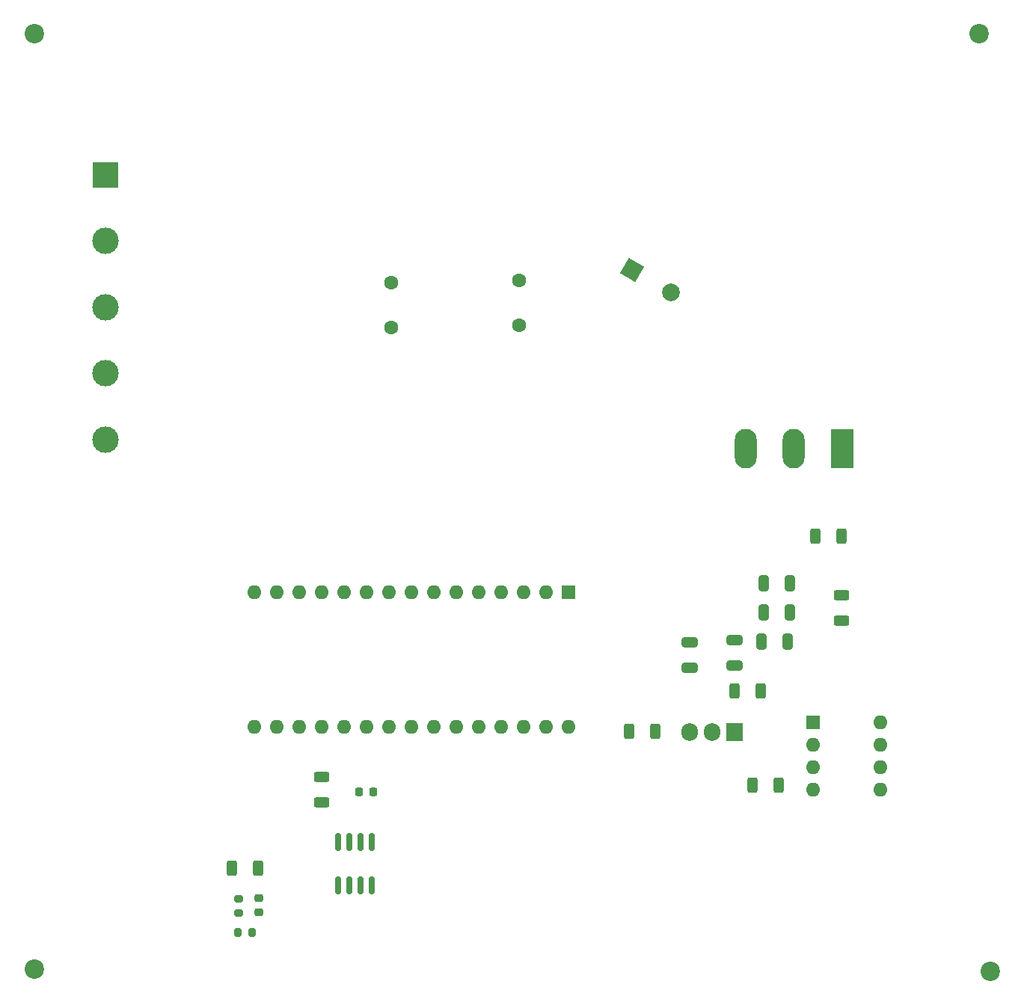
<source format=gbr>
%TF.GenerationSoftware,KiCad,Pcbnew,(6.0.10)*%
%TF.CreationDate,2023-01-04T19:45:40+03:00*%
%TF.ProjectId,ee463_project,65653436-335f-4707-926f-6a6563742e6b,rev?*%
%TF.SameCoordinates,Original*%
%TF.FileFunction,Soldermask,Top*%
%TF.FilePolarity,Negative*%
%FSLAX46Y46*%
G04 Gerber Fmt 4.6, Leading zero omitted, Abs format (unit mm)*
G04 Created by KiCad (PCBNEW (6.0.10)) date 2023-01-04 19:45:40*
%MOMM*%
%LPD*%
G01*
G04 APERTURE LIST*
G04 Aperture macros list*
%AMRoundRect*
0 Rectangle with rounded corners*
0 $1 Rounding radius*
0 $2 $3 $4 $5 $6 $7 $8 $9 X,Y pos of 4 corners*
0 Add a 4 corners polygon primitive as box body*
4,1,4,$2,$3,$4,$5,$6,$7,$8,$9,$2,$3,0*
0 Add four circle primitives for the rounded corners*
1,1,$1+$1,$2,$3*
1,1,$1+$1,$4,$5*
1,1,$1+$1,$6,$7*
1,1,$1+$1,$8,$9*
0 Add four rect primitives between the rounded corners*
20,1,$1+$1,$2,$3,$4,$5,0*
20,1,$1+$1,$4,$5,$6,$7,0*
20,1,$1+$1,$6,$7,$8,$9,0*
20,1,$1+$1,$8,$9,$2,$3,0*%
%AMHorizOval*
0 Thick line with rounded ends*
0 $1 width*
0 $2 $3 position (X,Y) of the first rounded end (center of the circle)*
0 $4 $5 position (X,Y) of the second rounded end (center of the circle)*
0 Add line between two ends*
20,1,$1,$2,$3,$4,$5,0*
0 Add two circle primitives to create the rounded ends*
1,1,$1,$2,$3*
1,1,$1,$4,$5*%
%AMRotRect*
0 Rectangle, with rotation*
0 The origin of the aperture is its center*
0 $1 length*
0 $2 width*
0 $3 Rotation angle, in degrees counterclockwise*
0 Add horizontal line*
21,1,$1,$2,0,0,$3*%
G04 Aperture macros list end*
%ADD10C,2.200000*%
%ADD11RoundRect,0.225000X-0.225000X-0.250000X0.225000X-0.250000X0.225000X0.250000X-0.225000X0.250000X0*%
%ADD12RoundRect,0.250000X0.625000X-0.312500X0.625000X0.312500X-0.625000X0.312500X-0.625000X-0.312500X0*%
%ADD13R,2.500000X4.500000*%
%ADD14O,2.500000X4.500000*%
%ADD15RoundRect,0.250000X0.325000X0.650000X-0.325000X0.650000X-0.325000X-0.650000X0.325000X-0.650000X0*%
%ADD16RoundRect,0.250000X0.650000X-0.325000X0.650000X0.325000X-0.650000X0.325000X-0.650000X-0.325000X0*%
%ADD17RoundRect,0.250000X0.312500X0.625000X-0.312500X0.625000X-0.312500X-0.625000X0.312500X-0.625000X0*%
%ADD18RoundRect,0.150000X0.150000X-0.825000X0.150000X0.825000X-0.150000X0.825000X-0.150000X-0.825000X0*%
%ADD19R,1.600000X1.600000*%
%ADD20O,1.600000X1.600000*%
%ADD21R,1.905000X2.000000*%
%ADD22O,1.905000X2.000000*%
%ADD23RoundRect,0.250000X-0.625000X0.312500X-0.625000X-0.312500X0.625000X-0.312500X0.625000X0.312500X0*%
%ADD24R,3.000000X3.000000*%
%ADD25C,3.000000*%
%ADD26RoundRect,0.250000X-0.312500X-0.625000X0.312500X-0.625000X0.312500X0.625000X-0.312500X0.625000X0*%
%ADD27RoundRect,0.200000X-0.275000X0.200000X-0.275000X-0.200000X0.275000X-0.200000X0.275000X0.200000X0*%
%ADD28RoundRect,0.225000X-0.250000X0.225000X-0.250000X-0.225000X0.250000X-0.225000X0.250000X0.225000X0*%
%ADD29RotRect,2.000000X2.000000X330.000000*%
%ADD30HorizOval,2.000000X0.000000X0.000000X0.000000X0.000000X0*%
%ADD31C,1.600000*%
%ADD32RoundRect,0.200000X0.200000X0.275000X-0.200000X0.275000X-0.200000X-0.275000X0.200000X-0.275000X0*%
G04 APERTURE END LIST*
D10*
%TO.C,H4*%
X162560000Y-133614000D03*
%TD*%
%TO.C,H3*%
X54356000Y-27442000D03*
%TD*%
%TO.C,H2*%
X161290000Y-27442000D03*
%TD*%
%TO.C,H1*%
X54356000Y-133360000D03*
%TD*%
D11*
%TO.C,C8*%
X91173000Y-113294000D03*
X92723000Y-113294000D03*
%TD*%
D12*
%TO.C,R2*%
X145734500Y-93928500D03*
X145734500Y-91003500D03*
%TD*%
D13*
%TO.C,Q1*%
X145796000Y-74432000D03*
D14*
X140346000Y-74432000D03*
X134896000Y-74432000D03*
%TD*%
D15*
%TO.C,C3*%
X139651000Y-96276000D03*
X136701000Y-96276000D03*
%TD*%
D16*
%TO.C,C6*%
X133604000Y-99021000D03*
X133604000Y-96071000D03*
%TD*%
D17*
%TO.C,R4*%
X136590500Y-101864000D03*
X133665500Y-101864000D03*
%TD*%
D18*
%TO.C,U3*%
X88773000Y-123897000D03*
X90043000Y-123897000D03*
X91313000Y-123897000D03*
X92583000Y-123897000D03*
X92583000Y-118947000D03*
X91313000Y-118947000D03*
X90043000Y-118947000D03*
X88773000Y-118947000D03*
%TD*%
D19*
%TO.C,A1*%
X114808000Y-90698000D03*
D20*
X112268000Y-90698000D03*
X109728000Y-90698000D03*
X107188000Y-90698000D03*
X104648000Y-90698000D03*
X102108000Y-90698000D03*
X99568000Y-90698000D03*
X97028000Y-90698000D03*
X94488000Y-90698000D03*
X91948000Y-90698000D03*
X89408000Y-90698000D03*
X86868000Y-90698000D03*
X84328000Y-90698000D03*
X81788000Y-90698000D03*
X79248000Y-90698000D03*
X79248000Y-105938000D03*
X81788000Y-105938000D03*
X84328000Y-105938000D03*
X86868000Y-105938000D03*
X89408000Y-105938000D03*
X91948000Y-105938000D03*
X94488000Y-105938000D03*
X97028000Y-105938000D03*
X99568000Y-105938000D03*
X102108000Y-105938000D03*
X104648000Y-105938000D03*
X107188000Y-105938000D03*
X109728000Y-105938000D03*
X112268000Y-105938000D03*
X114808000Y-105938000D03*
%TD*%
D21*
%TO.C,U2*%
X133604000Y-106507000D03*
D22*
X131064000Y-106507000D03*
X128524000Y-106507000D03*
%TD*%
D23*
%TO.C,R7*%
X86868000Y-111577500D03*
X86868000Y-114502500D03*
%TD*%
D24*
%TO.C,D2*%
X62460000Y-43420000D03*
D25*
X62460000Y-50920000D03*
X62460000Y-58420000D03*
X62460000Y-65920000D03*
X62460000Y-73420000D03*
%TD*%
D26*
%TO.C,R6*%
X76769500Y-121930000D03*
X79694500Y-121930000D03*
%TD*%
%TO.C,R1*%
X135697500Y-112532000D03*
X138622500Y-112532000D03*
%TD*%
D27*
%TO.C,R8*%
X77470000Y-125360000D03*
X77470000Y-127010000D03*
%TD*%
D15*
%TO.C,C2*%
X139905000Y-89672000D03*
X136955000Y-89672000D03*
%TD*%
D28*
%TO.C,C9*%
X79756000Y-125347000D03*
X79756000Y-126897000D03*
%TD*%
D15*
%TO.C,C1*%
X139905000Y-92974000D03*
X136955000Y-92974000D03*
%TD*%
D29*
%TO.C,D1*%
X122041796Y-54168394D03*
D30*
X126441205Y-56708394D03*
%TD*%
D17*
%TO.C,R5*%
X124652500Y-106436000D03*
X121727500Y-106436000D03*
%TD*%
D31*
%TO.C,C5*%
X94742000Y-55676000D03*
X94742000Y-60676000D03*
%TD*%
D19*
%TO.C,U1*%
X142504000Y-105430000D03*
D20*
X142504000Y-107970000D03*
X142504000Y-110510000D03*
X142504000Y-113050000D03*
X150124000Y-113050000D03*
X150124000Y-110510000D03*
X150124000Y-107970000D03*
X150124000Y-105430000D03*
%TD*%
D16*
%TO.C,C7*%
X128524000Y-99275000D03*
X128524000Y-96325000D03*
%TD*%
D31*
%TO.C,C4*%
X109220000Y-55422000D03*
X109220000Y-60422000D03*
%TD*%
D32*
%TO.C,D3*%
X79057000Y-129170000D03*
X77407000Y-129170000D03*
%TD*%
D17*
%TO.C,R3*%
X145734500Y-84338000D03*
X142809500Y-84338000D03*
%TD*%
M02*

</source>
